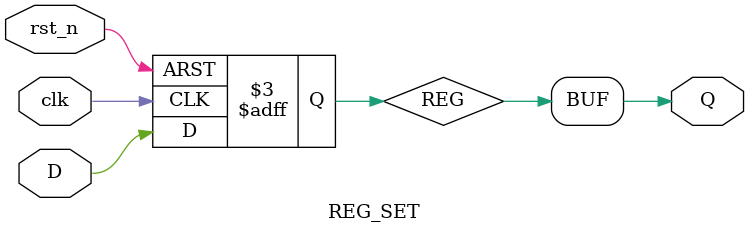
<source format=v>
module REG_SET (
input clk,
input rst_n,
input D,
output Q
);
reg REG;
always@(posedge clk or negedge rst_n)
	if (!rst_n)
		REG <= 1'b1;
	else REG <= D;
assign Q=REG;
endmodule

</source>
